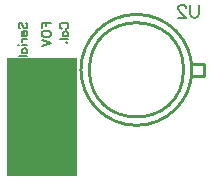
<source format=gbo>
G04 Layer: BottomSilkLayer*
G04 EasyEDA v6.1.49, Tue, 04 Jun 2019 06:49:07 GMT*
G04 9f8e81427d8b462fa1083d36fee6df15,195b170a8e6c43a181dcefc3e1346bee,10*
G04 Gerber Generator version 0.2*
G04 Scale: 100 percent, Rotated: No, Reflected: No *
G04 Dimensions in millimeters *
G04 leading zeros omitted , absolute positions ,3 integer and 3 decimal *
%FSLAX33Y33*%
%MOMM*%
G90*
G71D02*

%ADD10C,0.254000*%
%ADD22C,0.203200*%
%ADD23C,0.177800*%

%LPD*%
G54D10*
G01X15702Y16008D02*
G01X16718Y16008D01*
G01X16718Y14992D01*
G01X15702Y14992D01*
G54D22*
G01X3003Y19500D02*
G01X3732Y19500D01*
G01X3003Y19500D02*
G01X3003Y19050D01*
G01X3351Y19500D02*
G01X3351Y19223D01*
G01X3003Y18614D02*
G01X3038Y18682D01*
G01X3107Y18751D01*
G01X3178Y18786D01*
G01X3280Y18822D01*
G01X3455Y18822D01*
G01X3559Y18786D01*
G01X3628Y18751D01*
G01X3696Y18682D01*
G01X3732Y18614D01*
G01X3732Y18474D01*
G01X3696Y18405D01*
G01X3628Y18337D01*
G01X3559Y18301D01*
G01X3455Y18268D01*
G01X3280Y18268D01*
G01X3178Y18301D01*
G01X3107Y18337D01*
G01X3038Y18405D01*
G01X3003Y18474D01*
G01X3003Y18614D01*
G01X3003Y18039D02*
G01X3732Y17760D01*
G01X3003Y17483D02*
G01X3732Y17760D01*
G01X4678Y18979D02*
G01X4607Y19015D01*
G01X4538Y19083D01*
G01X4503Y19155D01*
G01X4503Y19292D01*
G01X4538Y19360D01*
G01X4607Y19431D01*
G01X4678Y19464D01*
G01X4780Y19500D01*
G01X4955Y19500D01*
G01X5059Y19464D01*
G01X5128Y19431D01*
G01X5196Y19360D01*
G01X5232Y19292D01*
G01X5232Y19155D01*
G01X5196Y19083D01*
G01X5128Y19015D01*
G01X5059Y18979D01*
G01X4747Y18337D02*
G01X5232Y18337D01*
G01X4851Y18337D02*
G01X4780Y18405D01*
G01X4747Y18474D01*
G01X4747Y18578D01*
G01X4780Y18649D01*
G01X4851Y18718D01*
G01X4955Y18751D01*
G01X5024Y18751D01*
G01X5128Y18718D01*
G01X5196Y18649D01*
G01X5232Y18578D01*
G01X5232Y18474D01*
G01X5196Y18405D01*
G01X5128Y18337D01*
G01X4503Y18108D02*
G01X5232Y18108D01*
G01X5059Y17844D02*
G01X5092Y17879D01*
G01X5128Y17844D01*
G01X5092Y17811D01*
G01X5059Y17844D01*
G01X1140Y19015D02*
G01X1071Y19083D01*
G01X1036Y19188D01*
G01X1036Y19327D01*
G01X1071Y19431D01*
G01X1140Y19500D01*
G01X1211Y19500D01*
G01X1280Y19464D01*
G01X1313Y19431D01*
G01X1348Y19360D01*
G01X1417Y19155D01*
G01X1452Y19083D01*
G01X1488Y19050D01*
G01X1557Y19015D01*
G01X1661Y19015D01*
G01X1729Y19083D01*
G01X1765Y19188D01*
G01X1765Y19327D01*
G01X1729Y19431D01*
G01X1661Y19500D01*
G01X1488Y18786D02*
G01X1488Y18370D01*
G01X1417Y18370D01*
G01X1348Y18405D01*
G01X1313Y18441D01*
G01X1280Y18509D01*
G01X1280Y18614D01*
G01X1313Y18682D01*
G01X1384Y18751D01*
G01X1488Y18786D01*
G01X1557Y18786D01*
G01X1661Y18751D01*
G01X1729Y18682D01*
G01X1765Y18614D01*
G01X1765Y18509D01*
G01X1729Y18441D01*
G01X1661Y18370D01*
G01X1280Y18141D02*
G01X1765Y18141D01*
G01X1488Y18141D02*
G01X1384Y18108D01*
G01X1313Y18039D01*
G01X1280Y17968D01*
G01X1280Y17864D01*
G01X1036Y17636D02*
G01X1071Y17603D01*
G01X1036Y17567D01*
G01X1003Y17603D01*
G01X1036Y17636D01*
G01X1280Y17603D02*
G01X1765Y17603D01*
G01X1280Y16922D02*
G01X1765Y16922D01*
G01X1384Y16922D02*
G01X1313Y16993D01*
G01X1280Y17062D01*
G01X1280Y17166D01*
G01X1313Y17234D01*
G01X1384Y17303D01*
G01X1488Y17338D01*
G01X1557Y17338D01*
G01X1661Y17303D01*
G01X1729Y17234D01*
G01X1765Y17166D01*
G01X1765Y17062D01*
G01X1729Y16993D01*
G01X1661Y16922D01*
G01X1036Y16693D02*
G01X1765Y16693D01*
G54D23*
G01X16301Y21000D02*
G01X16301Y20223D01*
G01X16250Y20065D01*
G01X16146Y19961D01*
G01X15989Y19910D01*
G01X15882Y19910D01*
G01X15730Y19961D01*
G01X15625Y20065D01*
G01X15575Y20223D01*
G01X15575Y21000D01*
G01X15178Y20741D02*
G01X15178Y20794D01*
G01X15128Y20898D01*
G01X15074Y20949D01*
G01X14970Y21000D01*
G01X14764Y21000D01*
G01X14660Y20949D01*
G01X14607Y20898D01*
G01X14556Y20794D01*
G01X14556Y20690D01*
G01X14607Y20586D01*
G01X14711Y20428D01*
G01X15232Y19910D01*
G01X14503Y19910D01*
G54D10*
G75*
G01X14991Y15500D02*
G03X14991Y15500I-3988J0D01*
G01*
G75*
G01X15702Y15500D02*
G03X15702Y15500I-4699J0D01*
G01*
G36*
G01X3Y16500D02*
G01X6002Y16500D01*
G01X6002Y6500D01*
G01X3Y6500D01*
G01X3Y16500D01*
G37*
M00*
M02*

</source>
